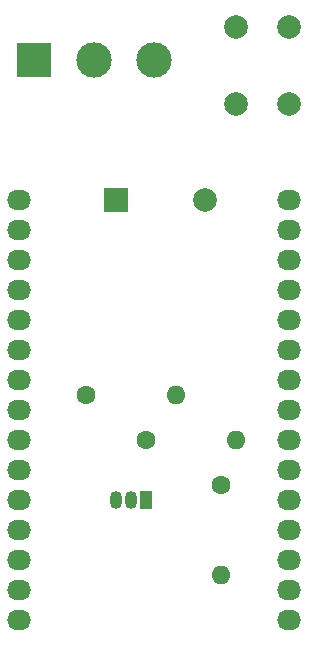
<source format=gbr>
G04 #@! TF.GenerationSoftware,KiCad,Pcbnew,(5.1.4-0-10_14)*
G04 #@! TF.CreationDate,2020-02-21T17:32:28+01:00*
G04 #@! TF.ProjectId,mood_lamp,6d6f6f64-5f6c-4616-9d70-2e6b69636164,rev?*
G04 #@! TF.SameCoordinates,PX2436c08PY18772f0*
G04 #@! TF.FileFunction,Copper,L1,Top*
G04 #@! TF.FilePolarity,Positive*
%FSLAX46Y46*%
G04 Gerber Fmt 4.6, Leading zero omitted, Abs format (unit mm)*
G04 Created by KiCad (PCBNEW (5.1.4-0-10_14)) date 2020-02-21 17:32:28*
%MOMM*%
%LPD*%
G04 APERTURE LIST*
%ADD10O,2.032000X1.727200*%
%ADD11R,2.000000X2.000000*%
%ADD12C,2.000000*%
%ADD13R,3.000000X3.000000*%
%ADD14C,3.000000*%
%ADD15C,1.600000*%
%ADD16O,1.600000X1.600000*%
%ADD17O,1.050000X1.500000*%
%ADD18R,1.050000X1.500000*%
%ADD19C,0.250000*%
G04 APERTURE END LIST*
D10*
X2107001Y-16331001D03*
X2107001Y-18871001D03*
X2107001Y-21411001D03*
X2107001Y-23951001D03*
X2107001Y-26491001D03*
X2107001Y-29031001D03*
X2107001Y-31571001D03*
X2107001Y-34111001D03*
X2107001Y-36651001D03*
X2107001Y-39191001D03*
X2107001Y-41731001D03*
X2107001Y-44271001D03*
X2107001Y-46811001D03*
X2107001Y-49351001D03*
X2107001Y-51891001D03*
X24967001Y-16331001D03*
X24967001Y-46811001D03*
X24967001Y-49351001D03*
X24967001Y-44271001D03*
X24967001Y-29031001D03*
X24967001Y-26491001D03*
X24967001Y-31571001D03*
X24967001Y-51891001D03*
X24967001Y-36651001D03*
X24967001Y-34111001D03*
X24967001Y-39191001D03*
X24967001Y-41731001D03*
X24967001Y-21411001D03*
X24967001Y-23951001D03*
X24967001Y-18871001D03*
D11*
X10287000Y-16256000D03*
D12*
X17787000Y-16256000D03*
D13*
X3355922Y-4400701D03*
D14*
X8435922Y-4400701D03*
X13515922Y-4400701D03*
D15*
X12827000Y-36576000D03*
D16*
X20447000Y-36576000D03*
X15367000Y-32766000D03*
D15*
X7747000Y-32766000D03*
X19177000Y-40386000D03*
D16*
X19177000Y-48006000D03*
D12*
X20477876Y-1668685D03*
X24977876Y-1668685D03*
X20477876Y-8168685D03*
X24977876Y-8168685D03*
D17*
X11557000Y-41656000D03*
X10287000Y-41656000D03*
D18*
X12827000Y-41656000D03*
D19*
X2259401Y-51891001D02*
X2334402Y-51816000D01*
X2107001Y-51891001D02*
X2259401Y-51891001D01*
M02*

</source>
